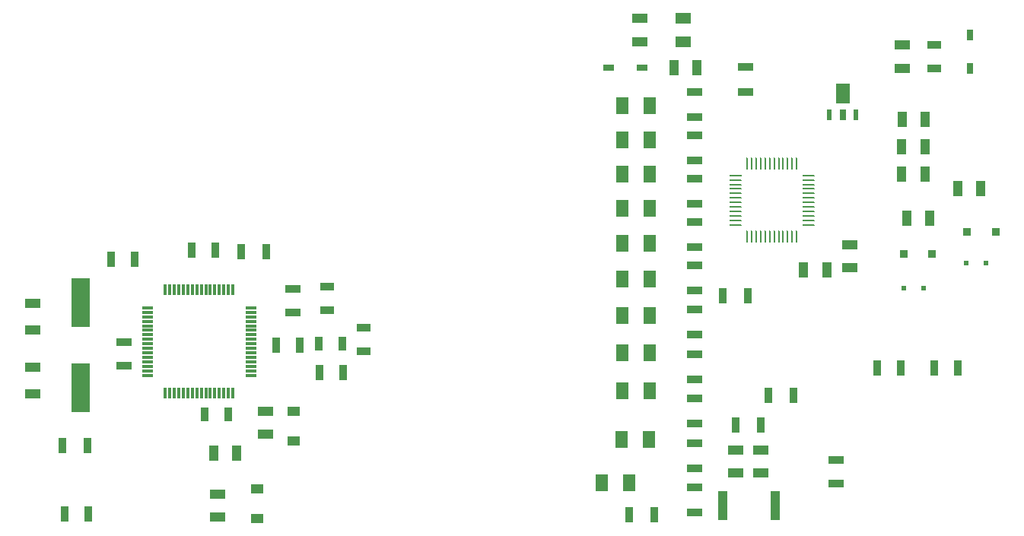
<source format=gtp>
G04*
G04 #@! TF.GenerationSoftware,Altium Limited,Altium Designer,25.2.1 (25)*
G04*
G04 Layer_Color=8421504*
%FSLAX44Y44*%
%MOMM*%
G71*
G04*
G04 #@! TF.SameCoordinates,F4FED96F-6736-4451-9F0E-EDF3A1B2C77D*
G04*
G04*
G04 #@! TF.FilePolarity,Positive*
G04*
G01*
G75*
%ADD17R,0.5000X0.5000*%
%ADD18R,1.2000X0.3000*%
%ADD19R,0.3000X1.2000*%
%ADD20R,1.0500X3.2500*%
%ADD21R,1.7062X1.2034*%
%ADD22R,1.7000X1.1000*%
%ADD23R,1.0500X1.8000*%
%ADD24R,1.3552X0.2125*%
G04:AMPARAMS|DCode=25|XSize=1.3552mm|YSize=0.2125mm|CornerRadius=0.1062mm|HoleSize=0mm|Usage=FLASHONLY|Rotation=0.000|XOffset=0mm|YOffset=0mm|HoleType=Round|Shape=RoundedRectangle|*
%AMROUNDEDRECTD25*
21,1,1.3552,0.0000,0,0,0.0*
21,1,1.1428,0.2125,0,0,0.0*
1,1,0.2125,0.5714,0.0000*
1,1,0.2125,-0.5714,0.0000*
1,1,0.2125,-0.5714,0.0000*
1,1,0.2125,0.5714,0.0000*
%
%ADD25ROUNDEDRECTD25*%
G04:AMPARAMS|DCode=26|XSize=0.2125mm|YSize=1.3552mm|CornerRadius=0.1062mm|HoleSize=0mm|Usage=FLASHONLY|Rotation=0.000|XOffset=0mm|YOffset=0mm|HoleType=Round|Shape=RoundedRectangle|*
%AMROUNDEDRECTD26*
21,1,0.2125,1.1428,0,0,0.0*
21,1,0.0000,1.3552,0,0,0.0*
1,1,0.2125,0.0000,-0.5714*
1,1,0.2125,0.0000,-0.5714*
1,1,0.2125,0.0000,0.5714*
1,1,0.2125,0.0000,0.5714*
%
%ADD26ROUNDEDRECTD26*%
%ADD27R,0.7000X1.2000*%
%ADD28R,1.5500X0.9000*%
%ADD29R,1.1000X1.7000*%
%ADD30R,0.9000X0.9500*%
%ADD31R,1.7000X1.0500*%
%ADD32R,1.6582X0.9561*%
%ADD33R,0.9500X1.7000*%
%ADD34R,1.7000X0.9500*%
%ADD35R,1.3561X1.8582*%
%ADD36R,1.8000X1.0500*%
%ADD37R,1.2000X0.7000*%
%ADD38R,0.8000X1.3000*%
%ADD39R,0.5500X1.3000*%
%ADD40R,1.0500X1.7000*%
%ADD41R,1.1057X1.6582*%
%ADD42R,0.9561X1.6582*%
%ADD43R,0.9000X1.5500*%
%ADD44R,2.0000X5.5000*%
%ADD45R,1.3500X1.1000*%
%ADD46R,1.8000X1.0000*%
G36*
X1559640Y1162645D02*
Y1140645D01*
X1544240D01*
Y1162645D01*
X1559640D01*
D02*
G37*
D17*
X1711100Y962652D02*
D03*
X1689100D02*
D03*
X1641680Y934720D02*
D03*
X1619680D02*
D03*
D18*
X778160Y912530D02*
D03*
Y907530D02*
D03*
Y902530D02*
D03*
Y897530D02*
D03*
Y892530D02*
D03*
Y887530D02*
D03*
Y882530D02*
D03*
Y877530D02*
D03*
Y872530D02*
D03*
Y867530D02*
D03*
Y862530D02*
D03*
Y857530D02*
D03*
Y852530D02*
D03*
Y847530D02*
D03*
Y842530D02*
D03*
Y837530D02*
D03*
X893160D02*
D03*
Y842530D02*
D03*
Y847530D02*
D03*
Y852530D02*
D03*
Y857530D02*
D03*
Y862530D02*
D03*
Y867530D02*
D03*
Y872530D02*
D03*
Y877530D02*
D03*
Y882530D02*
D03*
Y887530D02*
D03*
Y892530D02*
D03*
Y897530D02*
D03*
Y902530D02*
D03*
Y907530D02*
D03*
Y912530D02*
D03*
D19*
X798160Y817530D02*
D03*
X803160D02*
D03*
X808160D02*
D03*
X813160D02*
D03*
X818160D02*
D03*
X823160D02*
D03*
X828160D02*
D03*
X833160D02*
D03*
X838160D02*
D03*
X843160D02*
D03*
X848160D02*
D03*
X853160D02*
D03*
X858160D02*
D03*
X863160D02*
D03*
X868160D02*
D03*
X873160D02*
D03*
Y932530D02*
D03*
X868160D02*
D03*
X863160D02*
D03*
X858160D02*
D03*
X853160D02*
D03*
X848160D02*
D03*
X843160D02*
D03*
X838160D02*
D03*
X833160D02*
D03*
X828160D02*
D03*
X823160D02*
D03*
X818160D02*
D03*
X813160D02*
D03*
X808160D02*
D03*
X803160D02*
D03*
X798160D02*
D03*
D20*
X1476800Y692150D02*
D03*
X1418800D02*
D03*
D21*
X1374140Y1209040D02*
D03*
Y1235047D02*
D03*
D22*
X1325880Y1234740D02*
D03*
Y1208740D02*
D03*
X1617980Y1205530D02*
D03*
Y1179530D02*
D03*
D23*
X1363930Y1179830D02*
D03*
X1389430D02*
D03*
X852120Y750570D02*
D03*
X877620D02*
D03*
D24*
X1432445Y1060010D02*
D03*
D25*
Y1055010D02*
D03*
Y1050010D02*
D03*
Y1045010D02*
D03*
Y1040010D02*
D03*
Y1035010D02*
D03*
Y1030010D02*
D03*
Y1025010D02*
D03*
Y1020010D02*
D03*
Y1015010D02*
D03*
Y1010010D02*
D03*
Y1005010D02*
D03*
X1513955D02*
D03*
Y1010010D02*
D03*
Y1015010D02*
D03*
Y1020010D02*
D03*
Y1025010D02*
D03*
Y1030010D02*
D03*
Y1035010D02*
D03*
Y1040010D02*
D03*
Y1045010D02*
D03*
Y1050010D02*
D03*
Y1055010D02*
D03*
Y1060010D02*
D03*
D26*
X1445700Y991755D02*
D03*
X1450700D02*
D03*
X1455700D02*
D03*
X1460700D02*
D03*
X1465700D02*
D03*
X1470700D02*
D03*
X1475700D02*
D03*
X1480700D02*
D03*
X1485700D02*
D03*
X1490700D02*
D03*
X1495700D02*
D03*
X1500700D02*
D03*
Y1073265D02*
D03*
X1495700D02*
D03*
X1490700D02*
D03*
X1485700D02*
D03*
X1480700D02*
D03*
X1475700D02*
D03*
X1470700D02*
D03*
X1465700D02*
D03*
X1460700D02*
D03*
X1455700D02*
D03*
X1450700D02*
D03*
X1445700D02*
D03*
D27*
X1693185Y1216555D02*
D03*
Y1179555D02*
D03*
D28*
X1653540Y1205780D02*
D03*
Y1179280D02*
D03*
X1018540Y890820D02*
D03*
Y864320D02*
D03*
X977900Y910040D02*
D03*
Y936540D02*
D03*
D29*
X1643680Y1092200D02*
D03*
X1617680D02*
D03*
X1643680Y1061720D02*
D03*
X1617680D02*
D03*
X1508460Y955040D02*
D03*
X1534460D02*
D03*
D30*
X1690620Y996950D02*
D03*
X1722120Y996950D02*
D03*
X1620010Y972820D02*
D03*
X1651510Y972820D02*
D03*
D31*
X1559560Y957530D02*
D03*
Y983030D02*
D03*
D32*
X1544320Y743511D02*
D03*
Y716989D02*
D03*
X939800Y934011D02*
D03*
Y907489D02*
D03*
X751840Y847799D02*
D03*
Y874321D02*
D03*
D33*
X1432530Y782320D02*
D03*
X1460530D02*
D03*
X1497360Y815340D02*
D03*
X1469360D02*
D03*
X1446560Y925830D02*
D03*
X1418560D02*
D03*
X1342420Y681990D02*
D03*
X1314420D02*
D03*
X882590Y975360D02*
D03*
X910590D02*
D03*
X711230Y759460D02*
D03*
X683230D02*
D03*
D34*
X1386840Y882650D02*
D03*
Y910650D02*
D03*
X1386804Y1028655D02*
D03*
Y1056655D02*
D03*
Y1125175D02*
D03*
Y1153175D02*
D03*
X1386840Y932180D02*
D03*
Y960180D02*
D03*
Y980410D02*
D03*
Y1008410D02*
D03*
X1386804Y1076915D02*
D03*
Y1104915D02*
D03*
X1386840Y734030D02*
D03*
Y762030D02*
D03*
Y833090D02*
D03*
Y861090D02*
D03*
Y783560D02*
D03*
Y811560D02*
D03*
Y684470D02*
D03*
Y712470D02*
D03*
X1443990Y1153160D02*
D03*
Y1181160D02*
D03*
D35*
X1337331Y944880D02*
D03*
X1306809D02*
D03*
X1337274Y1099805D02*
D03*
X1306752D02*
D03*
X1337295Y1061705D02*
D03*
X1306773D02*
D03*
X1337331Y984250D02*
D03*
X1306809D02*
D03*
X1337310Y1137920D02*
D03*
X1306788D02*
D03*
X1314471Y717550D02*
D03*
X1283949D02*
D03*
X1336040Y765810D02*
D03*
X1305518D02*
D03*
X1337352Y904240D02*
D03*
X1306830D02*
D03*
X1337295Y1023605D02*
D03*
X1306773D02*
D03*
X1337310Y820420D02*
D03*
X1306788D02*
D03*
X1337310Y862330D02*
D03*
X1306788D02*
D03*
D36*
X1432560Y754430D02*
D03*
Y728930D02*
D03*
X1460500Y754430D02*
D03*
Y728930D02*
D03*
X909320Y772060D02*
D03*
Y797560D02*
D03*
X855980Y704900D02*
D03*
Y679400D02*
D03*
D37*
X1328420Y1179830D02*
D03*
X1291420D02*
D03*
D38*
X1551940Y1127770D02*
D03*
D39*
X1536940D02*
D03*
X1566940D02*
D03*
D40*
X1680160Y1045210D02*
D03*
X1705660D02*
D03*
X1622960Y1012190D02*
D03*
X1648460D02*
D03*
D41*
X1643442Y1122680D02*
D03*
X1617918D02*
D03*
D42*
X1653540Y845820D02*
D03*
X1680062D02*
D03*
X1616710D02*
D03*
X1590188D02*
D03*
X921459Y871220D02*
D03*
X947981D02*
D03*
X969719Y840740D02*
D03*
X996241D02*
D03*
X737309Y966470D02*
D03*
X763831D02*
D03*
X685948Y683260D02*
D03*
X712470D02*
D03*
X827479Y976630D02*
D03*
X854001D02*
D03*
D43*
X994960Y872490D02*
D03*
X968460D02*
D03*
X841460Y793750D02*
D03*
X867960D02*
D03*
D44*
X703580Y823720D02*
D03*
Y918720D02*
D03*
D45*
X941070Y764560D02*
D03*
Y797560D02*
D03*
X900430Y678190D02*
D03*
Y711190D02*
D03*
D46*
X650240Y816850D02*
D03*
Y846850D02*
D03*
Y887970D02*
D03*
Y917970D02*
D03*
M02*

</source>
